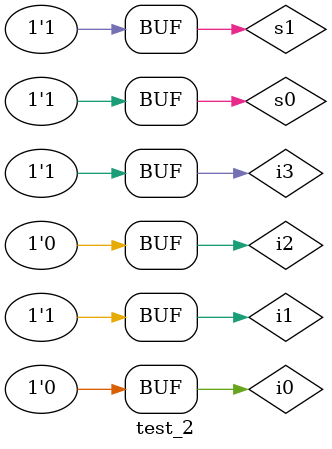
<source format=v>
`timescale 1ns / 1ps


module test_2;

	// Inputs
	reg i0;
	reg i1;
	reg i2;
	reg i3;
	reg s0;
	reg s1;

	// Outputs
	wire out;

	// Instantiate the Unit Under Test (UUT)
	mux_2 uut (
		.out(out), 
		.i0(i0), 
		.i1(i1), 
		.i2(i2), 
		.i3(i3), 
		.s0(s0), 
		.s1(s1)
	);

	initial begin
		// Initialize Inputs
		i0 = 0;
		i1 = 1;
		i2 = 0;
		i3 = 1;
		s0 = 0;
		s1 = 0;

		#100;
		
		i0 = 0;
		i1 = 1;
		i2 = 0;
		i3 = 1;
		s0 = 1;
		s1 = 0;

		#100;
		
		i0 = 0;
		i1 = 1;
		i2 = 0;
		i3 = 1;
		s0 = 0;
		s1 = 1;

		#100;
		
		i0 = 0;
		i1 = 1;
		i2 = 0;
		i3 = 1;
		s0 = 1;
		s1 = 1;

		#100;

	end
      
endmodule


</source>
